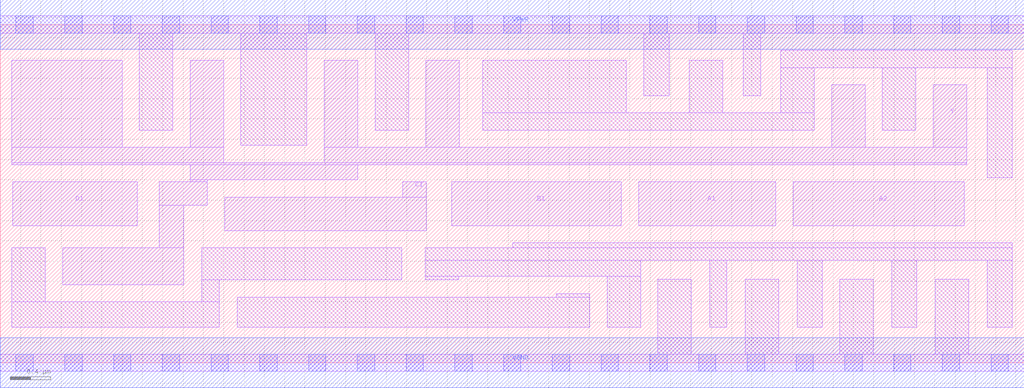
<source format=lef>
# Copyright 2020 The SkyWater PDK Authors
#
# Licensed under the Apache License, Version 2.0 (the "License");
# you may not use this file except in compliance with the License.
# You may obtain a copy of the License at
#
#     https://www.apache.org/licenses/LICENSE-2.0
#
# Unless required by applicable law or agreed to in writing, software
# distributed under the License is distributed on an "AS IS" BASIS,
# WITHOUT WARRANTIES OR CONDITIONS OF ANY KIND, either express or implied.
# See the License for the specific language governing permissions and
# limitations under the License.
#
# SPDX-License-Identifier: Apache-2.0

VERSION 5.7 ;
  NAMESCASESENSITIVE ON ;
  NOWIREEXTENSIONATPIN ON ;
  DIVIDERCHAR "/" ;
  BUSBITCHARS "[]" ;
UNITS
  DATABASE MICRONS 200 ;
END UNITS
MACRO sky130_fd_sc_ls__o2111ai_4
  CLASS CORE ;
  SOURCE USER ;
  FOREIGN sky130_fd_sc_ls__o2111ai_4 ;
  ORIGIN  0.000000  0.000000 ;
  SIZE  10.08000 BY  3.330000 ;
  SYMMETRY X Y ;
  SITE unit ;
  PIN A1
    ANTENNAGATEAREA  1.116000 ;
    DIRECTION INPUT ;
    USE SIGNAL ;
    PORT
      LAYER li1 ;
        RECT 6.285000 1.350000 7.635000 1.780000 ;
    END
  END A1
  PIN A2
    ANTENNAGATEAREA  1.116000 ;
    DIRECTION INPUT ;
    USE SIGNAL ;
    PORT
      LAYER li1 ;
        RECT 7.805000 1.350000 9.490000 1.780000 ;
    END
  END A2
  PIN B1
    ANTENNAGATEAREA  0.780000 ;
    DIRECTION INPUT ;
    USE SIGNAL ;
    PORT
      LAYER li1 ;
        RECT 4.445000 1.350000 6.115000 1.780000 ;
    END
  END B1
  PIN C1
    ANTENNAGATEAREA  0.780000 ;
    DIRECTION INPUT ;
    USE SIGNAL ;
    PORT
      LAYER li1 ;
        RECT 2.210000 1.300000 4.195000 1.630000 ;
        RECT 3.965000 1.630000 4.195000 1.780000 ;
    END
  END C1
  PIN D1
    ANTENNAGATEAREA  0.780000 ;
    DIRECTION INPUT ;
    USE SIGNAL ;
    PORT
      LAYER li1 ;
        RECT 0.125000 1.350000 1.350000 1.780000 ;
    END
  END D1
  PIN Y
    ANTENNADIFFAREA  3.411800 ;
    DIRECTION OUTPUT ;
    USE SIGNAL ;
    PORT
      LAYER li1 ;
        RECT 0.115000 1.950000 9.515000 1.970000 ;
        RECT 0.115000 1.970000 2.200000 2.120000 ;
        RECT 0.115000 2.120000 1.200000 2.980000 ;
        RECT 0.615000 0.770000 1.805000 1.130000 ;
        RECT 1.565000 1.130000 1.805000 1.550000 ;
        RECT 1.565000 1.550000 2.040000 1.780000 ;
        RECT 1.870000 1.780000 2.040000 1.800000 ;
        RECT 1.870000 1.800000 3.520000 1.950000 ;
        RECT 1.870000 2.120000 2.200000 2.980000 ;
        RECT 3.190000 1.970000 9.515000 2.120000 ;
        RECT 3.190000 2.120000 3.520000 2.980000 ;
        RECT 4.190000 2.120000 4.520000 2.980000 ;
        RECT 8.185000 2.120000 8.515000 2.735000 ;
        RECT 9.185000 2.120000 9.515000 2.735000 ;
    END
  END Y
  PIN VGND
    DIRECTION INOUT ;
    SHAPE ABUTMENT ;
    USE GROUND ;
    PORT
      LAYER met1 ;
        RECT 0.000000 -0.245000 10.080000 0.245000 ;
    END
  END VGND
  PIN VPWR
    DIRECTION INOUT ;
    SHAPE ABUTMENT ;
    USE POWER ;
    PORT
      LAYER met1 ;
        RECT 0.000000 3.085000 10.080000 3.575000 ;
    END
  END VPWR
  OBS
    LAYER li1 ;
      RECT 0.000000 -0.085000 10.080000 0.085000 ;
      RECT 0.000000  3.245000 10.080000 3.415000 ;
      RECT 0.115000  0.350000  2.155000 0.600000 ;
      RECT 0.115000  0.600000  0.445000 1.130000 ;
      RECT 1.370000  2.290000  1.700000 3.245000 ;
      RECT 1.985000  0.600000  2.155000 0.815000 ;
      RECT 1.985000  0.815000  3.955000 1.130000 ;
      RECT 2.335000  0.350000  5.805000 0.645000 ;
      RECT 2.370000  2.140000  3.020000 3.245000 ;
      RECT 3.690000  2.290000  4.020000 3.245000 ;
      RECT 4.185000  0.815000  4.515000 0.850000 ;
      RECT 4.185000  0.850000  6.305000 1.010000 ;
      RECT 4.185000  1.010000  9.965000 1.130000 ;
      RECT 4.750000  2.290000  8.015000 2.460000 ;
      RECT 4.750000  2.460000  6.165000 2.980000 ;
      RECT 5.045000  1.130000  9.965000 1.180000 ;
      RECT 5.475000  0.645000  5.805000 0.680000 ;
      RECT 5.975000  0.350000  6.305000 0.850000 ;
      RECT 6.335000  2.630000  6.585000 3.245000 ;
      RECT 6.475000  0.085000  6.805000 0.820000 ;
      RECT 6.785000  2.460000  7.115000 2.980000 ;
      RECT 6.985000  0.350000  7.155000 1.010000 ;
      RECT 7.315000  2.630000  7.485000 3.245000 ;
      RECT 7.335000  0.085000  7.665000 0.820000 ;
      RECT 7.685000  2.460000  8.015000 2.905000 ;
      RECT 7.685000  2.905000  9.965000 3.075000 ;
      RECT 7.845000  0.350000  8.095000 1.010000 ;
      RECT 8.265000  0.085000  8.595000 0.820000 ;
      RECT 8.685000  2.290000  9.015000 2.905000 ;
      RECT 8.775000  0.350000  9.025000 1.010000 ;
      RECT 9.205000  0.085000  9.535000 0.820000 ;
      RECT 9.715000  0.350000  9.965000 1.010000 ;
      RECT 9.715000  1.820000  9.965000 2.905000 ;
    LAYER mcon ;
      RECT 0.155000 -0.085000 0.325000 0.085000 ;
      RECT 0.155000  3.245000 0.325000 3.415000 ;
      RECT 0.635000 -0.085000 0.805000 0.085000 ;
      RECT 0.635000  3.245000 0.805000 3.415000 ;
      RECT 1.115000 -0.085000 1.285000 0.085000 ;
      RECT 1.115000  3.245000 1.285000 3.415000 ;
      RECT 1.595000 -0.085000 1.765000 0.085000 ;
      RECT 1.595000  3.245000 1.765000 3.415000 ;
      RECT 2.075000 -0.085000 2.245000 0.085000 ;
      RECT 2.075000  3.245000 2.245000 3.415000 ;
      RECT 2.555000 -0.085000 2.725000 0.085000 ;
      RECT 2.555000  3.245000 2.725000 3.415000 ;
      RECT 3.035000 -0.085000 3.205000 0.085000 ;
      RECT 3.035000  3.245000 3.205000 3.415000 ;
      RECT 3.515000 -0.085000 3.685000 0.085000 ;
      RECT 3.515000  3.245000 3.685000 3.415000 ;
      RECT 3.995000 -0.085000 4.165000 0.085000 ;
      RECT 3.995000  3.245000 4.165000 3.415000 ;
      RECT 4.475000 -0.085000 4.645000 0.085000 ;
      RECT 4.475000  3.245000 4.645000 3.415000 ;
      RECT 4.955000 -0.085000 5.125000 0.085000 ;
      RECT 4.955000  3.245000 5.125000 3.415000 ;
      RECT 5.435000 -0.085000 5.605000 0.085000 ;
      RECT 5.435000  3.245000 5.605000 3.415000 ;
      RECT 5.915000 -0.085000 6.085000 0.085000 ;
      RECT 5.915000  3.245000 6.085000 3.415000 ;
      RECT 6.395000 -0.085000 6.565000 0.085000 ;
      RECT 6.395000  3.245000 6.565000 3.415000 ;
      RECT 6.875000 -0.085000 7.045000 0.085000 ;
      RECT 6.875000  3.245000 7.045000 3.415000 ;
      RECT 7.355000 -0.085000 7.525000 0.085000 ;
      RECT 7.355000  3.245000 7.525000 3.415000 ;
      RECT 7.835000 -0.085000 8.005000 0.085000 ;
      RECT 7.835000  3.245000 8.005000 3.415000 ;
      RECT 8.315000 -0.085000 8.485000 0.085000 ;
      RECT 8.315000  3.245000 8.485000 3.415000 ;
      RECT 8.795000 -0.085000 8.965000 0.085000 ;
      RECT 8.795000  3.245000 8.965000 3.415000 ;
      RECT 9.275000 -0.085000 9.445000 0.085000 ;
      RECT 9.275000  3.245000 9.445000 3.415000 ;
      RECT 9.755000 -0.085000 9.925000 0.085000 ;
      RECT 9.755000  3.245000 9.925000 3.415000 ;
  END
END sky130_fd_sc_ls__o2111ai_4

</source>
